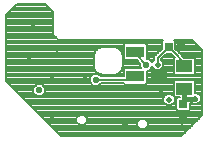
<source format=gtl>
G75*
%MOIN*%
%OFA0B0*%
%FSLAX25Y25*%
%IPPOS*%
%LPD*%
%AMOC8*
5,1,8,0,0,1.08239X$1,22.5*
%
%ADD10R,0.06000X0.03800*%
%ADD11R,0.05512X0.03937*%
%ADD12R,0.03000X0.02700*%
%ADD13R,0.02700X0.03000*%
%ADD14C,0.00787*%
%ADD15C,0.01981*%
%ADD16C,0.02178*%
%ADD17C,0.01575*%
D10*
X0103520Y0116270D03*
X0103520Y0124470D03*
D11*
X0111236Y0115961D03*
X0119898Y0119701D03*
X0119898Y0112220D03*
D12*
X0119504Y0107037D03*
X0119504Y0102837D03*
D13*
X0118848Y0126197D03*
X0114648Y0126197D03*
D14*
X0078885Y0096276D02*
X0060449Y0114712D01*
X0060449Y0136894D01*
X0063925Y0140370D01*
X0073508Y0140370D01*
X0076197Y0137682D01*
X0076197Y0130201D01*
X0077378Y0129020D01*
X0077839Y0128559D01*
X0112896Y0128559D01*
X0112404Y0128067D01*
X0112404Y0125562D01*
X0110512Y0123669D01*
X0109846Y0123003D01*
X0109846Y0121704D01*
X0109140Y0120999D01*
X0107980Y0122160D01*
X0107373Y0122160D01*
X0107413Y0122200D01*
X0107413Y0126740D01*
X0106890Y0127264D01*
X0100149Y0127264D01*
X0099626Y0126740D01*
X0099626Y0122200D01*
X0100149Y0121676D01*
X0104051Y0121676D01*
X0105176Y0120551D01*
X0105176Y0119356D01*
X0105468Y0119064D01*
X0100149Y0119064D01*
X0099626Y0118540D01*
X0099626Y0116311D01*
X0092037Y0116311D01*
X0091191Y0117156D01*
X0089549Y0117156D01*
X0088387Y0115994D01*
X0088387Y0114352D01*
X0089549Y0113191D01*
X0091191Y0113191D01*
X0092037Y0114036D01*
X0099626Y0114036D01*
X0099626Y0114000D01*
X0100149Y0113476D01*
X0106890Y0113476D01*
X0107413Y0114000D01*
X0107413Y0118194D01*
X0107980Y0118194D01*
X0109140Y0119355D01*
X0110203Y0118293D01*
X0111764Y0118293D01*
X0112867Y0119397D01*
X0112867Y0120958D01*
X0112120Y0121704D01*
X0112120Y0122061D01*
X0113863Y0123803D01*
X0115378Y0123803D01*
X0116033Y0123148D01*
X0116033Y0123148D01*
X0116695Y0122486D01*
X0116248Y0122039D01*
X0116248Y0117362D01*
X0116772Y0116839D01*
X0123024Y0116839D01*
X0123547Y0117362D01*
X0123547Y0122039D01*
X0123024Y0122563D01*
X0119835Y0122563D01*
X0117642Y0124756D01*
X0117642Y0124812D01*
X0116892Y0125562D01*
X0116892Y0128067D01*
X0116400Y0128559D01*
X0122327Y0128559D01*
X0125803Y0125083D01*
X0125803Y0103295D01*
X0118784Y0096276D01*
X0078885Y0096276D01*
X0078448Y0096712D02*
X0119221Y0096712D01*
X0120007Y0097498D02*
X0077662Y0097498D01*
X0076876Y0098284D02*
X0120793Y0098284D01*
X0121579Y0099070D02*
X0107087Y0099070D01*
X0106616Y0098598D02*
X0107654Y0099636D01*
X0107654Y0101104D01*
X0106616Y0102142D01*
X0105148Y0102142D01*
X0104110Y0101104D01*
X0104110Y0099636D01*
X0105148Y0098598D01*
X0106616Y0098598D01*
X0107654Y0099856D02*
X0122365Y0099856D01*
X0123151Y0100642D02*
X0107654Y0100642D01*
X0107330Y0101428D02*
X0123936Y0101428D01*
X0124722Y0102214D02*
X0087417Y0102214D01*
X0087417Y0102521D02*
X0086380Y0103559D01*
X0084912Y0103559D01*
X0083874Y0102521D01*
X0083874Y0101054D01*
X0084912Y0100016D01*
X0086380Y0100016D01*
X0087417Y0101054D01*
X0087417Y0102521D01*
X0086939Y0103000D02*
X0125508Y0103000D01*
X0125803Y0103786D02*
X0071375Y0103786D01*
X0070589Y0104572D02*
X0125803Y0104572D01*
X0125803Y0105358D02*
X0121898Y0105358D01*
X0121898Y0105317D02*
X0121898Y0107343D01*
X0122307Y0107343D01*
X0122660Y0106990D01*
X0124221Y0106990D01*
X0125325Y0108094D01*
X0125325Y0109654D01*
X0124221Y0110758D01*
X0123547Y0110758D01*
X0123547Y0114559D01*
X0123024Y0115083D01*
X0116772Y0115083D01*
X0116248Y0114559D01*
X0116248Y0109882D01*
X0116772Y0109358D01*
X0118235Y0109358D01*
X0118235Y0109281D01*
X0117634Y0109281D01*
X0117110Y0108757D01*
X0117110Y0105317D01*
X0117634Y0104793D01*
X0121374Y0104793D01*
X0121898Y0105317D01*
X0121898Y0106143D02*
X0125803Y0106143D01*
X0125803Y0106929D02*
X0121898Y0106929D01*
X0118235Y0109287D02*
X0116637Y0109287D01*
X0116664Y0109261D02*
X0115560Y0110365D01*
X0113999Y0110365D01*
X0112895Y0109261D01*
X0112895Y0107700D01*
X0113999Y0106596D01*
X0115560Y0106596D01*
X0116664Y0107700D01*
X0116664Y0109261D01*
X0116664Y0108501D02*
X0117110Y0108501D01*
X0117110Y0107715D02*
X0116664Y0107715D01*
X0117110Y0106929D02*
X0115893Y0106929D01*
X0117110Y0106143D02*
X0069017Y0106143D01*
X0069803Y0105358D02*
X0117110Y0105358D01*
X0113666Y0106929D02*
X0068231Y0106929D01*
X0067446Y0107715D02*
X0112895Y0107715D01*
X0112895Y0108501D02*
X0066660Y0108501D01*
X0065874Y0109287D02*
X0112922Y0109287D01*
X0113707Y0110073D02*
X0072719Y0110073D01*
X0072294Y0109647D02*
X0073455Y0110809D01*
X0073455Y0112451D01*
X0072294Y0113613D01*
X0070651Y0113613D01*
X0069490Y0112451D01*
X0069490Y0110809D01*
X0070651Y0109647D01*
X0072294Y0109647D01*
X0073455Y0110859D02*
X0116248Y0110859D01*
X0116248Y0111645D02*
X0073455Y0111645D01*
X0073455Y0112431D02*
X0116248Y0112431D01*
X0116248Y0113217D02*
X0091217Y0113217D01*
X0092003Y0114003D02*
X0099626Y0114003D01*
X0099626Y0116360D02*
X0091987Y0116360D01*
X0092062Y0116961D02*
X0092357Y0116857D01*
X0092429Y0116892D01*
X0092674Y0116892D01*
X0093043Y0116850D01*
X0093095Y0116892D01*
X0095913Y0116892D01*
X0095965Y0116850D01*
X0096334Y0116892D01*
X0096579Y0116892D01*
X0096651Y0116857D01*
X0096946Y0116961D01*
X0097257Y0116996D01*
X0097281Y0117026D01*
X0097318Y0117017D01*
X0097583Y0117183D01*
X0097878Y0117287D01*
X0097894Y0117321D01*
X0097933Y0117321D01*
X0098154Y0117542D01*
X0098419Y0117709D01*
X0098427Y0117746D01*
X0098464Y0117755D01*
X0098631Y0118019D01*
X0098852Y0118241D01*
X0098852Y0118279D01*
X0098886Y0118295D01*
X0098990Y0118591D01*
X0099156Y0118855D01*
X0099148Y0118893D01*
X0099177Y0118916D01*
X0099213Y0119227D01*
X0099316Y0119523D01*
X0099281Y0119594D01*
X0099281Y0119839D01*
X0099323Y0120208D01*
X0099281Y0120261D01*
X0099281Y0122684D01*
X0099323Y0122736D01*
X0099281Y0123106D01*
X0099281Y0123351D01*
X0099316Y0123422D01*
X0099213Y0123718D01*
X0099177Y0124028D01*
X0099148Y0124052D01*
X0099156Y0124089D01*
X0098990Y0124354D01*
X0098886Y0124650D01*
X0098852Y0124666D01*
X0098852Y0124704D01*
X0098631Y0124925D01*
X0098464Y0125190D01*
X0098427Y0125199D01*
X0098419Y0125236D01*
X0098154Y0125402D01*
X0097933Y0125624D01*
X0097894Y0125624D01*
X0097878Y0125658D01*
X0097583Y0125761D01*
X0097318Y0125928D01*
X0097281Y0125919D01*
X0097257Y0125949D01*
X0096946Y0125984D01*
X0096651Y0126087D01*
X0096579Y0126053D01*
X0096334Y0126053D01*
X0095965Y0126095D01*
X0095913Y0126053D01*
X0093095Y0126053D01*
X0093043Y0126095D01*
X0092674Y0126053D01*
X0092429Y0126053D01*
X0092357Y0126087D01*
X0092062Y0125984D01*
X0091751Y0125949D01*
X0091727Y0125919D01*
X0091690Y0125928D01*
X0091425Y0125761D01*
X0091130Y0125658D01*
X0091113Y0125624D01*
X0091075Y0125624D01*
X0090854Y0125402D01*
X0090589Y0125236D01*
X0090581Y0125199D01*
X0090543Y0125190D01*
X0090377Y0124925D01*
X0090156Y0124704D01*
X0090156Y0124666D01*
X0090121Y0124650D01*
X0090018Y0124354D01*
X0089852Y0124089D01*
X0089860Y0124052D01*
X0089830Y0124028D01*
X0089795Y0123718D01*
X0089692Y0123422D01*
X0089726Y0123351D01*
X0089726Y0123106D01*
X0089685Y0122736D01*
X0089726Y0122684D01*
X0089726Y0120261D01*
X0089685Y0120208D01*
X0089726Y0119839D01*
X0089726Y0119594D01*
X0089692Y0119523D01*
X0089795Y0119227D01*
X0089830Y0118916D01*
X0089860Y0118893D01*
X0089852Y0118855D01*
X0090018Y0118591D01*
X0090121Y0118295D01*
X0090156Y0118279D01*
X0090156Y0118241D01*
X0090377Y0118019D01*
X0090543Y0117755D01*
X0090581Y0117746D01*
X0090589Y0117709D01*
X0090854Y0117542D01*
X0091075Y0117321D01*
X0091113Y0117321D01*
X0091130Y0117287D01*
X0091425Y0117183D01*
X0091690Y0117017D01*
X0091727Y0117026D01*
X0091751Y0116996D01*
X0092062Y0116961D01*
X0091485Y0117146D02*
X0091201Y0117146D01*
X0090432Y0117932D02*
X0060449Y0117932D01*
X0060449Y0117146D02*
X0089539Y0117146D01*
X0088753Y0116360D02*
X0060449Y0116360D01*
X0060449Y0115574D02*
X0088387Y0115574D01*
X0088387Y0114788D02*
X0060449Y0114788D01*
X0061158Y0114003D02*
X0088737Y0114003D01*
X0089523Y0113217D02*
X0072690Y0113217D01*
X0070255Y0113217D02*
X0061944Y0113217D01*
X0062730Y0112431D02*
X0069490Y0112431D01*
X0069490Y0111645D02*
X0063516Y0111645D01*
X0064302Y0110859D02*
X0069490Y0110859D01*
X0070225Y0110073D02*
X0065088Y0110073D01*
X0072161Y0103000D02*
X0084353Y0103000D01*
X0083874Y0102214D02*
X0072947Y0102214D01*
X0073733Y0101428D02*
X0083874Y0101428D01*
X0084286Y0100642D02*
X0074519Y0100642D01*
X0075305Y0099856D02*
X0104110Y0099856D01*
X0104110Y0100642D02*
X0087006Y0100642D01*
X0087417Y0101428D02*
X0104434Y0101428D01*
X0104676Y0099070D02*
X0076091Y0099070D01*
X0090370Y0115173D02*
X0101950Y0115173D01*
X0103520Y0116270D01*
X0107413Y0116360D02*
X0125803Y0116360D01*
X0125803Y0115574D02*
X0107413Y0115574D01*
X0107413Y0114788D02*
X0116477Y0114788D01*
X0116248Y0114003D02*
X0107413Y0114003D01*
X0107413Y0117146D02*
X0116464Y0117146D01*
X0116248Y0117932D02*
X0107413Y0117932D01*
X0108503Y0118718D02*
X0109777Y0118718D01*
X0110983Y0120177D02*
X0110983Y0122532D01*
X0114648Y0126197D01*
X0116504Y0124341D01*
X0116504Y0124285D01*
X0119898Y0120892D01*
X0119898Y0119701D01*
X0119750Y0122648D02*
X0125803Y0122648D01*
X0125803Y0123434D02*
X0118965Y0123434D01*
X0118179Y0124219D02*
X0125803Y0124219D01*
X0125803Y0125005D02*
X0117448Y0125005D01*
X0116892Y0125791D02*
X0125095Y0125791D01*
X0124309Y0126577D02*
X0116892Y0126577D01*
X0116892Y0127363D02*
X0123523Y0127363D01*
X0122737Y0128149D02*
X0116810Y0128149D01*
X0118848Y0126197D02*
X0121472Y0126197D01*
X0121866Y0125803D01*
X0123547Y0121862D02*
X0125803Y0121862D01*
X0125803Y0121076D02*
X0123547Y0121076D01*
X0123547Y0120290D02*
X0125803Y0120290D01*
X0125803Y0119504D02*
X0123547Y0119504D01*
X0123547Y0118718D02*
X0125803Y0118718D01*
X0125803Y0117932D02*
X0123547Y0117932D01*
X0123331Y0117146D02*
X0125803Y0117146D01*
X0125803Y0114788D02*
X0123318Y0114788D01*
X0123547Y0114003D02*
X0125803Y0114003D01*
X0125803Y0113217D02*
X0123547Y0113217D01*
X0123547Y0112431D02*
X0125803Y0112431D01*
X0125803Y0111645D02*
X0123547Y0111645D01*
X0123547Y0110859D02*
X0125803Y0110859D01*
X0125803Y0110073D02*
X0124907Y0110073D01*
X0125325Y0109287D02*
X0125803Y0109287D01*
X0125803Y0108501D02*
X0125325Y0108501D01*
X0124947Y0107715D02*
X0125803Y0107715D01*
X0116248Y0110073D02*
X0115852Y0110073D01*
X0116248Y0118718D02*
X0112189Y0118718D01*
X0112867Y0119504D02*
X0116248Y0119504D01*
X0116248Y0120290D02*
X0112867Y0120290D01*
X0112749Y0121076D02*
X0116248Y0121076D01*
X0116248Y0121862D02*
X0112120Y0121862D01*
X0112707Y0122648D02*
X0116533Y0122648D01*
X0115748Y0123434D02*
X0113493Y0123434D01*
X0111848Y0125005D02*
X0107413Y0125005D01*
X0107413Y0124219D02*
X0111062Y0124219D01*
X0110276Y0123434D02*
X0107413Y0123434D01*
X0107413Y0122648D02*
X0109846Y0122648D01*
X0109846Y0121862D02*
X0108278Y0121862D01*
X0109064Y0121076D02*
X0109217Y0121076D01*
X0110983Y0120432D02*
X0110983Y0120177D01*
X0107159Y0120177D02*
X0103982Y0123354D01*
X0103981Y0123353D02*
X0103928Y0123410D01*
X0103877Y0123468D01*
X0103830Y0123529D01*
X0103785Y0123593D01*
X0103744Y0123658D01*
X0103705Y0123726D01*
X0103671Y0123795D01*
X0103639Y0123866D01*
X0103611Y0123938D01*
X0103587Y0124012D01*
X0103566Y0124086D01*
X0103549Y0124162D01*
X0103536Y0124238D01*
X0103527Y0124315D01*
X0103521Y0124393D01*
X0103519Y0124470D01*
X0104652Y0121076D02*
X0099281Y0121076D01*
X0099281Y0121862D02*
X0099964Y0121862D01*
X0099626Y0122648D02*
X0099281Y0122648D01*
X0099312Y0123434D02*
X0099626Y0123434D01*
X0099626Y0124219D02*
X0099074Y0124219D01*
X0098581Y0125005D02*
X0099626Y0125005D01*
X0099626Y0125791D02*
X0097535Y0125791D01*
X0099626Y0126577D02*
X0060449Y0126577D01*
X0060449Y0125791D02*
X0091473Y0125791D01*
X0090427Y0125005D02*
X0060449Y0125005D01*
X0060449Y0124219D02*
X0089933Y0124219D01*
X0089696Y0123434D02*
X0060449Y0123434D01*
X0060449Y0122648D02*
X0089726Y0122648D01*
X0089726Y0121862D02*
X0060449Y0121862D01*
X0060449Y0121076D02*
X0089726Y0121076D01*
X0089726Y0120290D02*
X0060449Y0120290D01*
X0060449Y0119504D02*
X0089699Y0119504D01*
X0089938Y0118718D02*
X0060449Y0118718D01*
X0060449Y0127363D02*
X0112404Y0127363D01*
X0112404Y0126577D02*
X0107413Y0126577D01*
X0107413Y0125791D02*
X0112404Y0125791D01*
X0112486Y0128149D02*
X0060449Y0128149D01*
X0060449Y0128935D02*
X0077463Y0128935D01*
X0076677Y0129721D02*
X0060449Y0129721D01*
X0060449Y0130507D02*
X0076197Y0130507D01*
X0076197Y0131293D02*
X0060449Y0131293D01*
X0060449Y0132079D02*
X0076197Y0132079D01*
X0076197Y0132864D02*
X0060449Y0132864D01*
X0060449Y0133650D02*
X0076197Y0133650D01*
X0076197Y0134436D02*
X0060449Y0134436D01*
X0060449Y0135222D02*
X0076197Y0135222D01*
X0076197Y0136008D02*
X0060449Y0136008D01*
X0060449Y0136794D02*
X0076197Y0136794D01*
X0076197Y0137580D02*
X0061134Y0137580D01*
X0061920Y0138366D02*
X0075513Y0138366D01*
X0074727Y0139152D02*
X0062706Y0139152D01*
X0063492Y0139938D02*
X0073941Y0139938D01*
X0099281Y0120290D02*
X0105176Y0120290D01*
X0105176Y0119504D02*
X0099309Y0119504D01*
X0099070Y0118718D02*
X0099804Y0118718D01*
X0099626Y0117932D02*
X0098576Y0117932D01*
X0099626Y0117146D02*
X0097523Y0117146D01*
D15*
X0086827Y0116354D03*
X0086827Y0121079D03*
X0086827Y0125803D03*
X0077378Y0123835D03*
X0075803Y0116354D03*
X0066354Y0114780D03*
X0067929Y0122654D03*
X0069504Y0132890D03*
X0075803Y0102181D03*
X0100213Y0100213D03*
X0112024Y0110843D03*
X0114780Y0108480D03*
X0123441Y0108874D03*
X0119110Y0099425D03*
X0110983Y0120177D03*
X0121866Y0125803D03*
D16*
X0107159Y0120177D03*
X0090370Y0115173D03*
X0071472Y0111630D03*
D17*
X0119504Y0107037D02*
X0119898Y0107431D01*
X0119898Y0112220D01*
X0119766Y0108874D02*
X0123441Y0108874D01*
X0119766Y0108874D02*
X0119504Y0107037D01*
M02*

</source>
